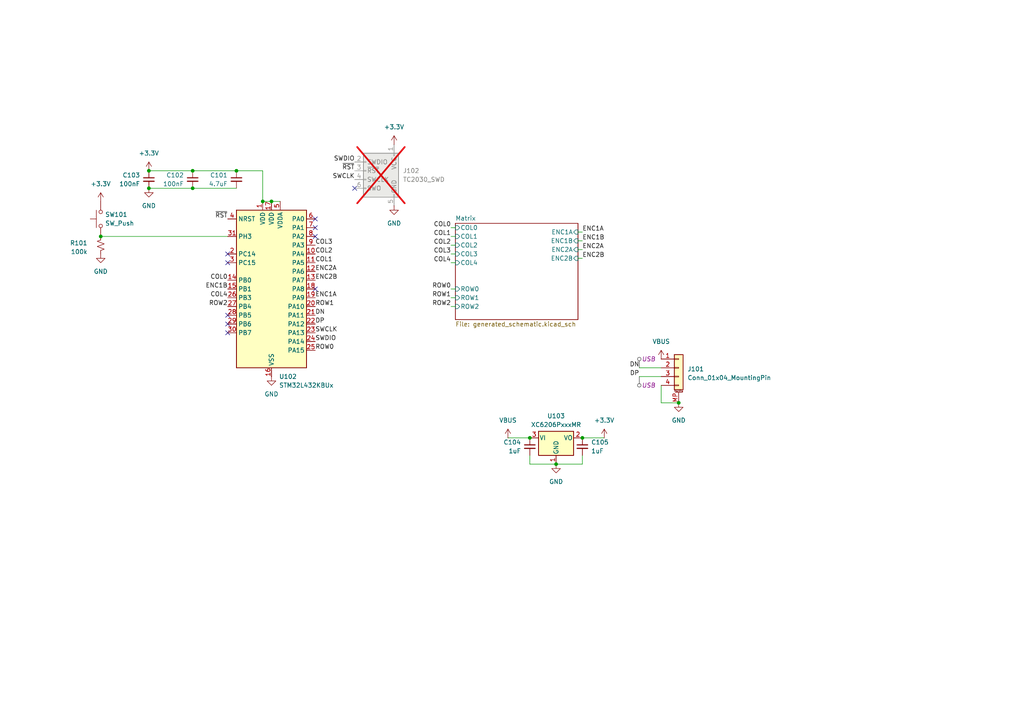
<source format=kicad_sch>
(kicad_sch (version 20231120) (generator "eeschema") (generator_version "8.0")
  (paper "A4")
  (lib_symbols
    (symbol "Connector_Generic_MountingPin:Conn_01x04_MountingPin" (pin_names (offset 1.016) hide)
      (property "Reference" "J" (at 0 5.08 0))
      (property "Value" "Conn_01x04_MountingPin" (at 1.27 -7.62 0))
      (symbol "Conn_01x04_MountingPin_1_1"
        (rectangle (start -1.27 -4.953) (end 0 -5.207) (stroke (width 0.1524)))
        (rectangle (start -1.27 -2.413) (end 0 -2.667) (stroke (width 0.1524)))
        (rectangle (start -1.27 0.127) (end 0 -0.127) (stroke (width 0.1524)))
        (rectangle (start -1.27 2.667) (end 0 2.413) (stroke (width 0.1524)))
        (rectangle (start -1.27 3.81) (end 1.27 -6.35) (stroke (width 0.254)) (fill (type background)))
        (polyline (pts (xy -1.016 -7.112) (xy 1.016 -7.112)) (stroke (width 0.1524)))
        (text "Mounting" (at 0 -6.731 0) (effects (font (size 0.381 0.381))))
        (pin passive line (at -5.08 2.54 0) (length 3.81) (name "Pin_1") (number "1"))
        (pin passive line (at -5.08 0 0) (length 3.81) (name "Pin_2") (number "2"))
        (pin passive line (at -5.08 -2.54 0) (length 3.81) (name "Pin_3") (number "3"))
        (pin passive line (at -5.08 -5.08 0) (length 3.81) (name "Pin_4") (number "4"))
        (pin passive line (at 0 -10.16 90) (length 3.048) (name "MountPin") (number "MP"))
      )
    )
    (symbol "Device:C_Small" (pin_numbers hide) (pin_names (offset 0.254) hide)
      (property "Reference" "C" (at 0.254 1.778 0))
      (property "Value" "C_Small" (at 0.254 -2.032 0))
      (symbol "C_Small_0_1"
        (polyline (pts (xy -1.524 -0.508) (xy 1.524 -0.508)) (stroke (width 0.3302)))
        (polyline (pts (xy -1.524 0.508) (xy 1.524 0.508)) (stroke (width 0.3048)))
      )
      (symbol "C_Small_1_1"
        (pin passive line (at 0 2.54 270) (length 2.032) (name "~") (number "1"))
        (pin passive line (at 0 -2.54 90) (length 2.032) (name "~") (number "2"))
      )
    )
    (symbol "Device:R_Small_US" (pin_numbers hide) (pin_names (offset 0.254) hide)
      (property "Reference" "R" (at 0.762 0.508 0))
      (property "Value" "R_Small_US" (at 0.762 -1.016 0))
      (symbol "R_Small_US_1_1"
        (polyline (pts (xy 0 0) (xy 1.016 -0.381) (xy 0 -0.762) (xy -1.016 -1.143) (xy 0 -1.524)))
        (polyline (pts (xy 0 1.524) (xy 1.016 1.143) (xy 0 0.762) (xy -1.016 0.381) (xy 0 0)))
        (pin passive line (at 0 2.54 270) (length 1.016) (name "~") (number "1"))
        (pin passive line (at 0 -2.54 90) (length 1.016) (name "~") (number "2"))
      )
    )
    (symbol "MCU_ST_STM32L4:STM32L432KBUx"
      (property "Reference" "U" (at -10.16 24.13 0))
      (property "Value" "STM32L432KBUx" (at 5.08 24.13 0))
      (symbol "STM32L432KBUx_0_1"
        (rectangle (start -10.16 -22.86) (end 10.16 22.86) (stroke (width 0.254)) (fill (type background)))
      )
      (symbol "STM32L432KBUx_1_1"
        (pin power_in line (at -2.54 25.4 270) (length 2.54) (name "VDD") (number "1"))
        (pin bidirectional line (at 12.7 10.16 180) (length 2.54) (name "PA4") (number "10"))
        (pin bidirectional line (at 12.7 7.62 180) (length 2.54) (name "PA5") (number "11"))
        (pin bidirectional line (at 12.7 5.08 180) (length 2.54) (name "PA6") (number "12"))
        (pin bidirectional line (at 12.7 2.54 180) (length 2.54) (name "PA7") (number "13"))
        (pin bidirectional line (at -12.7 2.54 0) (length 2.54) (name "PB0") (number "14"))
        (pin bidirectional line (at -12.7 0 0) (length 2.54) (name "PB1") (number "15"))
        (pin power_in line (at 0 -25.4 90) (length 2.54) (name "VSS") (number "16"))
        (pin power_in line (at 0 25.4 270) (length 2.54) (name "VDD") (number "17"))
        (pin bidirectional line (at 12.7 0 180) (length 2.54) (name "PA8") (number "18"))
        (pin bidirectional line (at 12.7 -2.54 180) (length 2.54) (name "PA9") (number "19"))
        (pin bidirectional line (at -12.7 10.16 0) (length 2.54) (name "PC14") (number "2"))
        (pin bidirectional line (at 12.7 -5.08 180) (length 2.54) (name "PA10") (number "20"))
        (pin bidirectional line (at 12.7 -7.62 180) (length 2.54) (name "PA11") (number "21"))
        (pin bidirectional line (at 12.7 -10.16 180) (length 2.54) (name "PA12") (number "22"))
        (pin bidirectional line (at 12.7 -12.7 180) (length 2.54) (name "PA13") (number "23"))
        (pin bidirectional line (at 12.7 -15.24 180) (length 2.54) (name "PA14") (number "24"))
        (pin bidirectional line (at 12.7 -17.78 180) (length 2.54) (name "PA15") (number "25"))
        (pin bidirectional line (at -12.7 -2.54 0) (length 2.54) (name "PB3") (number "26"))
        (pin bidirectional line (at -12.7 -5.08 0) (length 2.54) (name "PB4") (number "27"))
        (pin bidirectional line (at -12.7 -7.62 0) (length 2.54) (name "PB5") (number "28"))
        (pin bidirectional line (at -12.7 -10.16 0) (length 2.54) (name "PB6") (number "29"))
        (pin bidirectional line (at -12.7 7.62 0) (length 2.54) (name "PC15") (number "3"))
        (pin bidirectional line (at -12.7 -12.7 0) (length 2.54) (name "PB7") (number "30"))
        (pin bidirectional line (at -12.7 15.24 0) (length 2.54) (name "PH3") (number "31"))
        (pin passive line (at 0 -25.4 90) (length 2.54) hide (name "VSS") (number "32"))
        (pin passive line (at 0 -25.4 90) (length 2.54) hide (name "VSS") (number "33"))
        (pin input line (at -12.7 20.32 0) (length 2.54) (name "NRST") (number "4"))
        (pin power_in line (at 2.54 25.4 270) (length 2.54) (name "VDDA") (number "5"))
        (pin bidirectional line (at 12.7 20.32 180) (length 2.54) (name "PA0") (number "6"))
        (pin bidirectional line (at 12.7 17.78 180) (length 2.54) (name "PA1") (number "7"))
        (pin bidirectional line (at 12.7 15.24 180) (length 2.54) (name "PA2") (number "8"))
        (pin bidirectional line (at 12.7 12.7 180) (length 2.54) (name "PA3") (number "9"))
      )
    )
    (symbol "PCM_marbastlib-various:TC2030_SWD" (pin_names (offset 1.016))
      (property "Reference" "J" (at -3.81 -6.35 0))
      (property "Value" "TC2030_SWD" (at -10.16 8.89 0))
      (symbol "TC2030_SWD_0_1"
        (rectangle (start -3.81 7.62) (end 6.35 -5.08) (stroke (width 0.254)) (fill (type background)))
        (rectangle (start -3.048 -2.667) (end -3.81 -2.413))
        (rectangle (start -3.048 -0.127) (end -3.81 0.127))
        (rectangle (start -3.048 2.413) (end -3.81 2.667))
        (rectangle (start -3.048 4.953) (end -3.81 5.207))
        (rectangle (start 4.953 -5.08) (end 5.207 -4.318))
        (rectangle (start 4.953 6.858) (end 5.207 7.62))
      )
      (symbol "TC2030_SWD_1_1"
        (pin passive line (at 5.08 10.16 270) (length 2.54) (name "VCC") (number "1"))
        (pin passive line (at -6.35 5.08 0) (length 2.54) (name "SWDIO") (number "2"))
        (pin passive line (at -6.35 2.54 0) (length 2.54) (name "~{RST}") (number "3"))
        (pin passive line (at -6.35 0 0) (length 2.54) (name "SWCLK") (number "4"))
        (pin passive line (at 5.08 -7.62 90) (length 2.54) (name "GND") (number "5"))
        (pin passive line (at -6.35 -2.54 0) (length 2.54) (name "SWO") (number "6"))
      )
    )
    (symbol "Regulator_Linear:XC6206PxxxMR" (pin_names (offset 0.254))
      (property "Reference" "U" (at -3.81 3.175 0))
      (property "Value" "XC6206PxxxMR" (at 0 3.175 0))
      (symbol "XC6206PxxxMR_0_1"
        (rectangle (start -5.08 1.905) (end 5.08 -5.08) (stroke (width 0.254)) (fill (type background)))
      )
      (symbol "XC6206PxxxMR_1_1"
        (pin power_in line (at 0 -7.62 90) (length 2.54) (name "GND") (number "1"))
        (pin power_out line (at 7.62 0 180) (length 2.54) (name "VO") (number "2"))
        (pin power_in line (at -7.62 0 0) (length 2.54) (name "VI") (number "3"))
      )
    )
    (symbol "Switch:SW_Push" (pin_numbers hide) (pin_names (offset 1.016) hide)
      (property "Reference" "SW" (at 1.27 2.54 0))
      (property "Value" "SW_Push" (at 0 -1.524 0))
      (symbol "SW_Push_0_1"
        (circle (center -2.032 0) (radius 0.508))
        (polyline (pts (xy 0 1.27) (xy 0 3.048)))
        (polyline (pts (xy 2.54 1.27) (xy -2.54 1.27)))
        (circle (center 2.032 0) (radius 0.508))
        (pin passive line (at -5.08 0 0) (length 2.54) (name "1") (number "1"))
        (pin passive line (at 5.08 0 180) (length 2.54) (name "2") (number "2"))
      )
    )
    (symbol "power:+3.3V" (power) (pin_numbers hide) (pin_names (offset 0) hide)
      (property "Value" "+3.3V" (at 0 3.556 0))
      (symbol "+3.3V_0_1"
        (polyline (pts (xy -0.762 1.27) (xy 0 2.54)))
        (polyline (pts (xy 0 0) (xy 0 2.54)))
        (polyline (pts (xy 0 2.54) (xy 0.762 1.27)))
      )
      (symbol "+3.3V_1_1"
        (pin power_in line (at 0 0 90) (length 0) (name "~") (number "1"))
      )
    )
    (symbol "power:GND" (power) (pin_numbers hide) (pin_names (offset 0) hide)
      (property "Value" "GND" (at 0 -3.81 0))
      (symbol "GND_0_1"
        (polyline (pts (xy 0 0) (xy 0 -1.27) (xy 1.27 -1.27) (xy 0 -2.54) (xy -1.27 -1.27) (xy 0 -1.27)))
      )
      (symbol "GND_1_1"
        (pin power_in line (at 0 0 270) (length 0) (name "~") (number "1"))
      )
    )
    (symbol "power:VBUS" (power) (pin_numbers hide) (pin_names (offset 0) hide)
      (property "Value" "VBUS" (at 0 3.556 0))
      (symbol "VBUS_0_1"
        (polyline (pts (xy -0.762 1.27) (xy 0 2.54)))
        (polyline (pts (xy 0 0) (xy 0 2.54)))
        (polyline (pts (xy 0 2.54) (xy 0.762 1.27)))
      )
      (symbol "VBUS_1_1"
        (pin power_in line (at 0 0 90) (length 0) (name "~") (number "1"))
      )
    )
  )
  (junction (at 196.85 116.84))
  (junction (at 161.29 134.62))
  (junction (at 55.88 54.61))
  (junction (at 76.2 58.42))
  (junction (at 43.18 49.53))
  (junction (at 29.21 68.58))
  (junction (at 153.67 127))
  (junction (at 78.74 58.42))
  (junction (at 68.58 49.53))
  (junction (at 43.18 54.61))
  (junction (at 168.91 127))
  (junction (at 55.88 49.53))
  (no_connect (at 91.44 68.58))
  (no_connect (at 66.04 93.98))
  (no_connect (at 66.04 76.2))
  (no_connect (at 66.04 91.44))
  (no_connect (at 91.44 63.5))
  (no_connect (at 66.04 96.52))
  (no_connect (at 91.44 66.04))
  (no_connect (at 91.44 83.82))
  (no_connect (at 66.04 73.66))
  (no_connect (at 102.87 54.61))
  (wire (pts (xy 130.81 83.82) (xy 132.08 83.82)))
  (wire (pts (xy 161.29 134.62) (xy 168.91 134.62)))
  (wire (pts (xy 130.81 86.36) (xy 132.08 86.36)))
  (wire (pts (xy 153.67 132.08) (xy 153.67 134.62)))
  (wire (pts (xy 130.81 88.9) (xy 132.08 88.9)))
  (wire (pts (xy 185.42 109.22) (xy 191.77 109.22)))
  (wire (pts (xy 29.21 68.58) (xy 66.04 68.58)))
  (wire (pts (xy 43.18 49.53) (xy 55.88 49.53)))
  (wire (pts (xy 76.2 58.42) (xy 78.74 58.42)))
  (wire (pts (xy 153.67 134.62) (xy 161.29 134.62)))
  (wire (pts (xy 167.64 67.31) (xy 168.91 67.31)))
  (wire (pts (xy 130.81 66.04) (xy 132.08 66.04)))
  (wire (pts (xy 185.42 106.68) (xy 191.77 106.68)))
  (wire (pts (xy 130.81 68.58) (xy 132.08 68.58)))
  (wire (pts (xy 147.32 127) (xy 153.67 127)))
  (wire (pts (xy 167.64 72.39) (xy 168.91 72.39)))
  (wire (pts (xy 196.85 116.84) (xy 191.77 116.84)))
  (wire (pts (xy 55.88 49.53) (xy 68.58 49.53)))
  (wire (pts (xy 76.2 49.53) (xy 68.58 49.53)))
  (wire (pts (xy 191.77 116.84) (xy 191.77 111.76)))
  (wire (pts (xy 167.64 74.93) (xy 168.91 74.93)))
  (wire (pts (xy 130.81 76.2) (xy 132.08 76.2)))
  (wire (pts (xy 76.2 58.42) (xy 76.2 49.53)))
  (wire (pts (xy 168.91 134.62) (xy 168.91 132.08)))
  (wire (pts (xy 78.74 58.42) (xy 81.28 58.42)))
  (wire (pts (xy 43.18 54.61) (xy 55.88 54.61)))
  (wire (pts (xy 168.91 127) (xy 175.26 127)))
  (wire (pts (xy 55.88 54.61) (xy 68.58 54.61)))
  (wire (pts (xy 167.64 69.85) (xy 168.91 69.85)))
  (wire (pts (xy 130.81 73.66) (xy 132.08 73.66)))
  (wire (pts (xy 130.81 71.12) (xy 132.08 71.12)))
  (label "DN" (at 185.42 106.68 180))
  (label "ENC2A" (at 168.91 72.39 0))
  (label "COL0" (at 130.81 66.04 180))
  (label "ENC1A" (at 91.44 86.36 0))
  (label "~{RST}" (at 102.87 49.53 180))
  (label "COL4" (at 66.04 86.36 180))
  (label "COL1" (at 130.81 68.58 180))
  (label "~{RST}" (at 66.04 63.5 180))
  (label "ROW0" (at 130.81 83.82 180))
  (label "COL2" (at 130.81 71.12 180))
  (label "ENC1B" (at 66.04 83.82 180))
  (label "COL3" (at 91.44 71.12 0))
  (label "ROW0" (at 91.44 101.6 0))
  (label "ENC2A" (at 91.44 78.74 0))
  (label "SWCLK" (at 91.44 96.52 0))
  (label "COL2" (at 91.44 73.66 0))
  (label "ENC1B" (at 168.91 69.85 0))
  (label "SWCLK" (at 102.87 52.07 180))
  (label "DN" (at 91.44 91.44 0))
  (label "ROW2" (at 130.81 88.9 180))
  (label "ENC2B" (at 168.91 74.93 0))
  (label "DP" (at 185.42 109.22 180))
  (label "SWDIO" (at 102.87 46.99 180))
  (label "COL0" (at 66.04 81.28 180))
  (label "COL4" (at 130.81 76.2 180))
  (label "SWDIO" (at 91.44 99.06 0))
  (label "ENC2B" (at 91.44 81.28 0))
  (label "ROW1" (at 91.44 88.9 0))
  (label "ENC1A" (at 168.91 67.31 0))
  (label "COL3" (at 130.81 73.66 180))
  (label "COL1" (at 91.44 76.2 0))
  (label "DP" (at 91.44 93.98 0))
  (label "ROW1" (at 130.81 86.36 180))
  (label "ROW2" (at 66.04 88.9 180))
  (netclass_flag "" (length 2.54) (shape round) (at 185.42 109.22 180) (property "Netclass" "USB" (at 186.1185 111.76 0) (effects (font (italic yes)) (justify left))))
  (netclass_flag "" (length 2.54) (shape round) (at 185.42 106.68 0) (property "Netclass" "USB" (at 186.1185 104.14 0) (effects (font (italic yes)) (justify left))))
  (symbol (lib_id "power:+3.3V") (at 29.21 58.42 0) (unit 1)
    (property "Reference" "#PWR0111" (effects (hide yes)))
    (property "Value" "+3.3V" (at 29.21 53.34 0))
    (property "Description" "Power symbol creates a global label with name \"+3.3V\"" (effects (hide yes)))
  )
  (symbol (lib_id "Connector_Generic_MountingPin:Conn_01x04_MountingPin") (at 196.85 106.68 0) (unit 1)
    (property "Reference" "J101" (at 199.39 107.0355 0) (effects (justify left)))
    (property "Value" "Conn_01x04_MountingPin" (at 199.39 109.5755 0) (effects (justify left)))
    (property "Footprint" "Connector_JST:JST_SH_SM04B-SRSS-TB_1x04-1MP_P1.00mm_Horizontal" (effects (hide yes)))
    (property "Description" "Generic connectable mounting pin connector, single row, 01x04, script generated (kicad-library-utils/schlib/autogen/connector/)" (effects (hide yes)))
    (property "LCSC" "C7433425" (effects (hide yes)))
  )
  (symbol (lib_id "power:GND") (at 196.85 116.84 0) (unit 1)
    (property "Reference" "#PWR0106" (effects (hide yes)))
    (property "Value" "GND" (at 196.85 121.92 0))
    (property "Description" "Power symbol creates a global label with name \"GND\" , ground" (effects (hide yes)))
  )
  (symbol (lib_id "power:+3.3V") (at 175.26 127 0) (unit 1)
    (property "Reference" "#PWR0110" (effects (hide yes)))
    (property "Value" "+3.3V" (at 175.26 121.92 0))
    (property "Description" "Power symbol creates a global label with name \"+3.3V\"" (effects (hide yes)))
  )
  (symbol (lib_id "power:GND") (at 78.74 109.22 0) (unit 1)
    (property "Reference" "#PWR0105" (effects (hide yes)))
    (property "Value" "GND" (at 78.74 114.3 0))
    (property "Description" "Power symbol creates a global label with name \"GND\" , ground" (effects (hide yes)))
  )
  (symbol (lib_id "Device:C_Small") (at 43.18 52.07 0) (unit 1)
    (property "Reference" "C103" (at 40.64 50.8062 0) (effects (justify right)))
    (property "Value" "100nF" (at 40.64 53.3462 0) (effects (justify right)))
    (property "Footprint" "Capacitor_SMD:C_0402_1005Metric" (effects (hide yes)))
    (property "Description" "Unpolarized capacitor, small symbol" (effects (hide yes)))
    (property "LCSC" "C1525" (effects (hide yes)))
  )
  (symbol (lib_id "power:+3.3V") (at 114.3 41.91 0) (unit 1)
    (property "Reference" "#PWR0103" (effects (hide yes)))
    (property "Value" "+3.3V" (at 114.3 36.83 0))
    (property "Description" "Power symbol creates a global label with name \"+3.3V\"" (effects (hide yes)))
  )
  (symbol (lib_id "Device:C_Small") (at 168.91 129.54 0) (mirror y) (unit 1)
    (property "Reference" "C105" (at 171.45 128.2762 0) (effects (justify right)))
    (property "Value" "1uF" (at 171.45 130.8162 0) (effects (justify right)))
    (property "Footprint" "Capacitor_SMD:C_0402_1005Metric" (effects (hide yes)))
    (property "Description" "Unpolarized capacitor, small symbol" (effects (hide yes)))
    (property "LCSC" "C52923" (effects (hide yes)))
  )
  (symbol (lib_id "Switch:SW_Push") (at 29.21 63.5 90) (unit 1)
    (property "Reference" "SW101" (at 30.48 62.2299 90) (effects (justify right)))
    (property "Value" "SW_Push" (at 30.48 64.7699 90) (effects (justify right)))
    (property "Footprint" "Button_Switch_SMD:SW_Push_1P1T_XKB_TS-1187A" (effects (hide yes)))
    (property "Description" "Push button switch, generic, two pins" (effects (hide yes)))
    (property "LCSC" "C318884" (effects (hide yes)))
  )
  (symbol (lib_id "Device:C_Small") (at 55.88 52.07 0) (unit 1)
    (property "Reference" "C102" (at 53.34 50.8062 0) (effects (justify right)))
    (property "Value" "100nF" (at 53.34 53.3462 0) (effects (justify right)))
    (property "Footprint" "Capacitor_SMD:C_0402_1005Metric" (effects (hide yes)))
    (property "Description" "Unpolarized capacitor, small symbol" (effects (hide yes)))
    (property "LCSC" "C1525" (effects (hide yes)))
  )
  (symbol (lib_id "Device:R_Small_US") (at 29.21 71.12 0) (mirror x) (unit 1)
    (property "Reference" "R101" (at 25.4 70.485 0) (effects (justify right)))
    (property "Value" "100k" (at 25.4 73.025 0) (effects (justify right)))
    (property "Footprint" "Resistor_SMD:R_0402_1005Metric" (effects (hide yes)))
    (property "LCSC" "C106234" (effects (hide yes)))
  )
  (symbol (lib_id "power:VBUS") (at 191.77 104.14 0) (unit 1)
    (property "Reference" "#PWR0107" (effects (hide yes)))
    (property "Value" "VBUS" (at 191.77 99.06 0))
    (property "Description" "Power symbol creates a global label with name \"VBUS\"" (effects (hide yes)))
  )
  (symbol (lib_id "MCU_ST_STM32L4:STM32L432KBUx") (at 78.74 83.82 0) (unit 1)
    (property "Reference" "U102" (at 80.9341 109.22 0) (effects (justify left)))
    (property "Value" "STM32L432KBUx" (at 80.9341 111.76 0) (effects (justify left)))
    (property "Footprint" "Package_DFN_QFN:QFN-32-1EP_5x5mm_P0.5mm_EP3.45x3.45mm_ThermalVias" (effects (hide yes)))
    (property "Datasheet" "https://www.st.com/resource/en/datasheet/stm32l432kb.pdf" (effects (hide yes)))
    (property "Description" "STMicroelectronics Arm Cortex-M4 MCU, 128KB flash, 64KB RAM, 80 MHz, 1.71-3.6V, 26 GPIO, UFQFPN32" (effects (hide yes)))
    (property "LCSC" "C94784" (effects (hide yes)))
  )
  (symbol (lib_id "Device:C_Small") (at 153.67 129.54 0) (unit 1)
    (property "Reference" "C104" (at 151.13 128.2762 0) (effects (justify right)))
    (property "Value" "1uF" (at 151.13 130.8162 0) (effects (justify right)))
    (property "Footprint" "Capacitor_SMD:C_0402_1005Metric" (effects (hide yes)))
    (property "Description" "Unpolarized capacitor, small symbol" (effects (hide yes)))
    (property "LCSC" "C52923" (effects (hide yes)))
  )
  (symbol (lib_id "power:GND") (at 29.21 73.66 0) (unit 1)
    (property "Reference" "#PWR0112" (effects (hide yes)))
    (property "Value" "GND" (at 29.21 78.74 0))
    (property "Description" "Power symbol creates a global label with name \"GND\" , ground" (effects (hide yes)))
  )
  (symbol (lib_id "power:GND") (at 161.29 134.62 0) (unit 1)
    (property "Reference" "#PWR0109" (effects (hide yes)))
    (property "Value" "GND" (at 161.29 139.7 0))
    (property "Description" "Power symbol creates a global label with name \"GND\" , ground" (effects (hide yes)))
  )
  (symbol (lib_id "PCM_marbastlib-various:TC2030_SWD") (at 109.22 52.07 0) (unit 1) (dnp yes)
    (property "Reference" "J102" (at 116.84 49.5299 0) (effects (justify left)))
    (property "Value" "TC2030_SWD" (at 116.84 52.0699 0) (effects (justify left)))
    (property "Footprint" "PCM_marbastlib-various:CON_TC2030_outlined" (effects (hide yes)))
    (property "Datasheet" " ~" (effects (hide yes)))
    (property "Description" "6-pin TC2030 connector for SWD programming" (effects (hide yes)))
  )
  (symbol (lib_id "power:GND") (at 114.3 59.69 0) (unit 1)
    (property "Reference" "#PWR0104" (effects (hide yes)))
    (property "Value" "GND" (at 114.3 64.77 0))
    (property "Description" "Power symbol creates a global label with name \"GND\" , ground" (effects (hide yes)))
  )
  (symbol (lib_id "power:VBUS") (at 147.32 127 0) (unit 1)
    (property "Reference" "#PWR0108" (effects (hide yes)))
    (property "Value" "VBUS" (at 147.32 121.92 0))
    (property "Description" "Power symbol creates a global label with name \"VBUS\"" (effects (hide yes)))
  )
  (symbol (lib_id "Device:C_Small") (at 68.58 52.07 0) (unit 1)
    (property "Reference" "C101" (at 66.04 50.8062 0) (effects (justify right)))
    (property "Value" "4.7uF" (at 66.04 53.3462 0) (effects (justify right)))
    (property "Footprint" "Capacitor_SMD:C_0402_1005Metric" (effects (hide yes)))
    (property "Description" "Unpolarized capacitor, small symbol" (effects (hide yes)))
    (property "LCSC" "C23733" (effects (hide yes)))
  )
  (symbol (lib_id "power:GND") (at 43.18 54.61 0) (unit 1)
    (property "Reference" "#PWR0101" (effects (hide yes)))
    (property "Value" "GND" (at 43.18 59.69 0))
    (property "Description" "Power symbol creates a global label with name \"GND\" , ground" (effects (hide yes)))
  )
  (symbol (lib_id "Regulator_Linear:XC6206PxxxMR") (at 161.29 127 0) (unit 1)
    (property "Reference" "U103" (at 161.29 120.65 0))
    (property "Value" "XC6206PxxxMR" (at 161.29 123.19 0))
    (property "Footprint" "Package_TO_SOT_SMD:SOT-23-3" (effects (hide yes)))
    (property "Datasheet" "https://www.torexsemi.com/file/xc6206/XC6206.pdf" (effects (hide yes)))
    (property "Description" "Positive 60-250mA Low Dropout Regulator, Fixed Output, SOT-23" (effects (hide yes)))
    (property "LCSC" "C5446" (effects (hide yes)))
  )
  (symbol (lib_id "power:+3.3V") (at 43.18 49.53 0) (unit 1)
    (property "Reference" "#PWR0102" (effects (hide yes)))
    (property "Value" "+3.3V" (at 43.18 44.45 0))
    (property "Description" "Power symbol creates a global label with name \"+3.3V\"" (effects (hide yes)))
  )
  (sheet (at 132.08 64.77) (size 35.56 27.94) (stroke (width 0.1524))
    (property "Sheetname" "Matrix" (at 132.08 64.0584 0) (effects (justify left bottom)))
    (property "Sheetfile" "generated_schematic.kicad_sch" (at 132.08 93.2946 0) (effects (justify left top)))
    (pin "COL4" input (at 132.08 76.2 180))
    (pin "COL3" input (at 132.08 73.66 180))
    (pin "COL2" input (at 132.08 71.12 180))
    (pin "ROW0" input (at 132.08 83.82 180))
    (pin "COL1" input (at 132.08 68.58 180))
    (pin "COL0" input (at 132.08 66.04 180))
    (pin "ROW1" input (at 132.08 86.36 180))
    (pin "ROW2" input (at 132.08 88.9 180))
    (pin "ENC2A" input (at 167.64 72.39 0))
    (pin "ENC2B" input (at 167.64 74.93 0))
    (pin "ENC1B" input (at 167.64 69.85 0))
    (pin "ENC1A" input (at 167.64 67.31 0))
  )
)
</source>
